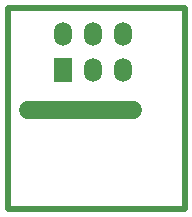
<source format=gbr>
G04 #@! TF.FileFunction,Copper,L2,Bot,Signal*
%FSLAX46Y46*%
G04 Gerber Fmt 4.6, Leading zero omitted, Abs format (unit mm)*
G04 Created by KiCad (PCBNEW 4.0.6-e0-6349~52~ubuntu16.10.1) date Sun Mar 26 20:03:33 2017*
%MOMM*%
%LPD*%
G01*
G04 APERTURE LIST*
%ADD10C,0.100000*%
%ADD11C,0.500000*%
%ADD12R,1.524000X1.998980*%
%ADD13O,1.524000X1.998980*%
%ADD14C,0.600000*%
%ADD15C,1.524000*%
G04 APERTURE END LIST*
D10*
D11*
X111125000Y-55350000D02*
X111125000Y-72350000D01*
X126125000Y-55350000D02*
X111125000Y-55350000D01*
X126125000Y-72350000D02*
X126125000Y-55350000D01*
X111125000Y-72350000D02*
X126125000Y-72350000D01*
D12*
X115860000Y-60618920D03*
D13*
X115860000Y-57581080D03*
X118400000Y-60618920D03*
X118400000Y-57581080D03*
X120940000Y-60618920D03*
X120940000Y-57581080D03*
D14*
X121750000Y-63975000D03*
X112825000Y-63975000D03*
D15*
X112825000Y-63975000D02*
X121750000Y-63975000D01*
M02*

</source>
